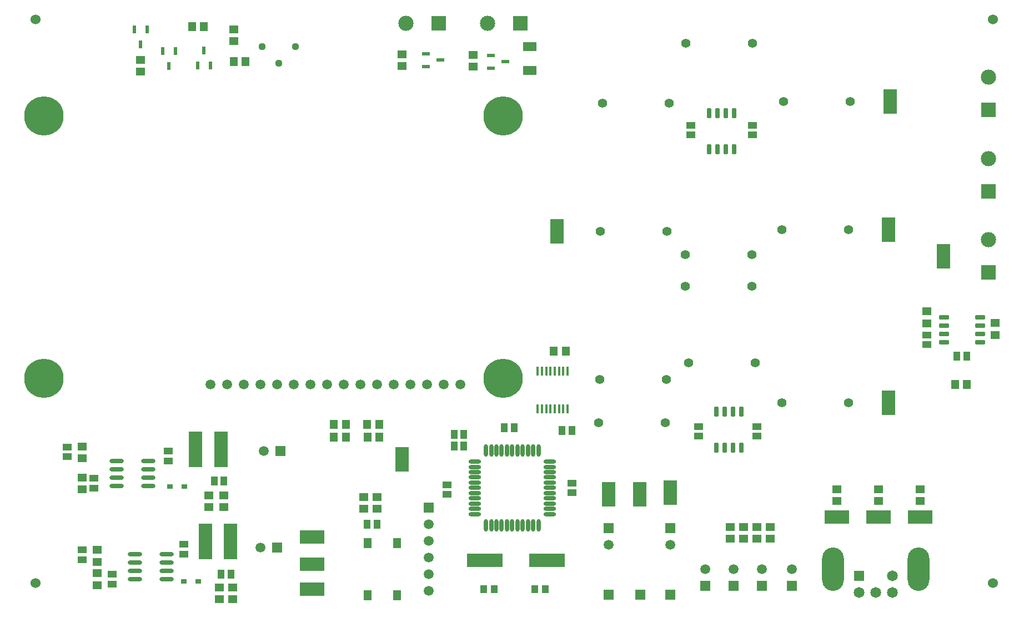
<source format=gbr>
%TF.GenerationSoftware,Altium Limited,Altium Designer,22.7.1 (60)*%
G04 Layer_Color=255*
%FSLAX43Y43*%
%MOMM*%
%TF.SameCoordinates,2ABDD118-431D-4485-972F-9944B14BA474*%
%TF.FilePolarity,Positive*%
%TF.FileFunction,Pads,Top*%
%TF.Part,Single*%
G01*
G75*
%TA.AperFunction,SMDPad,CuDef*%
%ADD10R,0.600X1.150*%
%ADD11R,3.800X2.030*%
%ADD12R,1.150X0.600*%
%ADD13R,0.840X0.740*%
%ADD14R,2.030X1.400*%
%ADD15R,5.500X2.000*%
%ADD16R,0.350X1.400*%
%ADD17R,1.400X1.100*%
%ADD18R,2.030X3.800*%
%ADD19R,1.400X1.200*%
%ADD20R,1.100X1.400*%
G04:AMPARAMS|DCode=21|XSize=0.6mm|YSize=1.45mm|CornerRadius=0.051mm|HoleSize=0mm|Usage=FLASHONLY|Rotation=90.000|XOffset=0mm|YOffset=0mm|HoleType=Round|Shape=RoundedRectangle|*
%AMROUNDEDRECTD21*
21,1,0.600,1.348,0,0,90.0*
21,1,0.498,1.450,0,0,90.0*
1,1,0.102,0.674,0.249*
1,1,0.102,0.674,-0.249*
1,1,0.102,-0.674,-0.249*
1,1,0.102,-0.674,0.249*
%
%ADD21ROUNDEDRECTD21*%
%ADD22R,1.200X1.400*%
G04:AMPARAMS|DCode=23|XSize=0.6mm|YSize=1.45mm|CornerRadius=0.051mm|HoleSize=0mm|Usage=FLASHONLY|Rotation=0.000|XOffset=0mm|YOffset=0mm|HoleType=Round|Shape=RoundedRectangle|*
%AMROUNDEDRECTD23*
21,1,0.600,1.348,0,0,0.0*
21,1,0.498,1.450,0,0,0.0*
1,1,0.102,0.249,-0.674*
1,1,0.102,-0.249,-0.674*
1,1,0.102,-0.249,0.674*
1,1,0.102,0.249,0.674*
%
%ADD23ROUNDEDRECTD23*%
%ADD24O,0.600X1.900*%
%ADD25O,1.900X0.600*%
%ADD26O,2.200X0.600*%
%ADD27R,2.150X5.500*%
%ADD28R,1.000X1.300*%
%ADD29R,1.300X1.550*%
%TA.AperFunction,ComponentPad*%
%ADD32O,3.316X6.632*%
%ADD33C,1.650*%
%ADD34R,1.650X1.650*%
%ADD35C,1.120*%
%ADD36C,1.500*%
%ADD37C,6.000*%
%ADD38R,1.500X1.500*%
%ADD39C,2.325*%
%ADD40R,2.325X2.325*%
%ADD41R,2.325X2.325*%
%ADD42R,1.500X1.500*%
%ADD43C,1.400*%
%TA.AperFunction,ViaPad*%
%ADD44C,1.524*%
D10*
X30226Y85772D02*
D03*
X31176Y83522D02*
D03*
X29276D02*
D03*
X24892Y83457D02*
D03*
X23942Y85707D02*
D03*
X25842D02*
D03*
X20574Y86759D02*
D03*
X19624Y89009D02*
D03*
X21524D02*
D03*
D11*
X46736Y11511D02*
D03*
X139446Y14606D02*
D03*
X133096D02*
D03*
X126746D02*
D03*
X46736Y3556D02*
D03*
Y7366D02*
D03*
D12*
X66294Y84328D02*
D03*
X64044Y83378D02*
D03*
Y85278D02*
D03*
X76200Y84074D02*
D03*
X73950Y83124D02*
D03*
Y85024D02*
D03*
D13*
X29378Y4745D02*
D03*
X27178D02*
D03*
X27262Y19223D02*
D03*
X25062D02*
D03*
D14*
X79906Y86422D02*
D03*
Y82742D02*
D03*
D15*
X73050Y7950D02*
D03*
X82550D02*
D03*
D16*
X85657Y36830D02*
D03*
X85007D02*
D03*
X84357D02*
D03*
X83707D02*
D03*
X83057D02*
D03*
X82407D02*
D03*
X81757D02*
D03*
X81107D02*
D03*
Y31080D02*
D03*
X81757D02*
D03*
X82407D02*
D03*
X83057D02*
D03*
X83707D02*
D03*
X84357D02*
D03*
X85007D02*
D03*
X85657D02*
D03*
D17*
X86360Y19800D02*
D03*
Y18300D02*
D03*
X16256Y5842D02*
D03*
Y4342D02*
D03*
X27178Y10436D02*
D03*
Y8936D02*
D03*
X140462Y42396D02*
D03*
Y40896D02*
D03*
X113854Y74410D02*
D03*
Y72910D02*
D03*
X104456Y72898D02*
D03*
Y74398D02*
D03*
X114554Y26936D02*
D03*
Y28436D02*
D03*
X105664Y26936D02*
D03*
Y28436D02*
D03*
X67310Y19534D02*
D03*
Y18034D02*
D03*
X11684Y8071D02*
D03*
Y9571D02*
D03*
X13462Y20481D02*
D03*
Y18981D02*
D03*
X9398Y23795D02*
D03*
Y25295D02*
D03*
X24769Y24660D02*
D03*
Y23160D02*
D03*
D18*
X101346Y18300D02*
D03*
X96645Y18034D02*
D03*
X91948D02*
D03*
X143002Y54356D02*
D03*
X134874Y77978D02*
D03*
X84074Y58166D02*
D03*
X60452Y23368D02*
D03*
X134620Y32004D02*
D03*
Y58420D02*
D03*
D19*
X33274Y17918D02*
D03*
Y16118D02*
D03*
X30988D02*
D03*
Y17918D02*
D03*
X34584Y2032D02*
D03*
Y3832D02*
D03*
X32552Y2032D02*
D03*
Y3832D02*
D03*
X13970Y9571D02*
D03*
Y7771D02*
D03*
X150876Y44196D02*
D03*
Y42396D02*
D03*
X140462Y45985D02*
D03*
Y44185D02*
D03*
X139446Y17008D02*
D03*
Y18808D02*
D03*
X133096Y17008D02*
D03*
Y18808D02*
D03*
X126746Y17008D02*
D03*
Y18808D02*
D03*
X116586Y11304D02*
D03*
Y13104D02*
D03*
X114554Y11304D02*
D03*
Y13104D02*
D03*
X110490Y11304D02*
D03*
Y13104D02*
D03*
X34798Y87238D02*
D03*
Y89038D02*
D03*
X20574Y84350D02*
D03*
Y82550D02*
D03*
X56642Y15864D02*
D03*
Y17664D02*
D03*
X54610Y15864D02*
D03*
Y17664D02*
D03*
X13970Y6015D02*
D03*
Y4215D02*
D03*
X11684Y20631D02*
D03*
Y18831D02*
D03*
Y25341D02*
D03*
Y23541D02*
D03*
X71270Y85112D02*
D03*
Y83312D02*
D03*
X60452Y85228D02*
D03*
Y83428D02*
D03*
X112522Y11304D02*
D03*
Y13104D02*
D03*
D20*
X31774Y20066D02*
D03*
X33274D02*
D03*
X32806Y5842D02*
D03*
X34306D02*
D03*
X145046Y39116D02*
D03*
X146546D02*
D03*
X77532Y28194D02*
D03*
X76032D02*
D03*
X69850Y25400D02*
D03*
X68350D02*
D03*
X69850Y27236D02*
D03*
X68350D02*
D03*
X55130Y13462D02*
D03*
X56630D02*
D03*
X86310Y27845D02*
D03*
X84810D02*
D03*
D21*
X148521Y41275D02*
D03*
Y42545D02*
D03*
Y43815D02*
D03*
Y45085D02*
D03*
X143071Y41275D02*
D03*
Y42545D02*
D03*
Y43815D02*
D03*
Y45085D02*
D03*
D22*
X144758Y34798D02*
D03*
X146558D02*
D03*
X34776Y84074D02*
D03*
X36576D02*
D03*
X30226Y89408D02*
D03*
X28426D02*
D03*
X55154Y26812D02*
D03*
X56954D02*
D03*
X55118Y28702D02*
D03*
X56918D02*
D03*
X51838Y26812D02*
D03*
X50038D02*
D03*
X51838Y28702D02*
D03*
X50038D02*
D03*
X85366Y39878D02*
D03*
X83566D02*
D03*
D23*
X107250Y70750D02*
D03*
X108520D02*
D03*
X109790D02*
D03*
X111060D02*
D03*
X107250Y76200D02*
D03*
X108520D02*
D03*
X109790D02*
D03*
X111060D02*
D03*
X108331Y25215D02*
D03*
X109601D02*
D03*
X110871D02*
D03*
X112141D02*
D03*
X108331Y30665D02*
D03*
X109601D02*
D03*
X110871D02*
D03*
X112141D02*
D03*
D24*
X81216Y24750D02*
D03*
X80416D02*
D03*
X79616D02*
D03*
X78816D02*
D03*
X78016D02*
D03*
X77216D02*
D03*
X76416D02*
D03*
X75616D02*
D03*
X74816D02*
D03*
X74016D02*
D03*
X73216D02*
D03*
Y13350D02*
D03*
X74016D02*
D03*
X74816D02*
D03*
X75616D02*
D03*
X76416D02*
D03*
X77216D02*
D03*
X78016D02*
D03*
X78816D02*
D03*
X79616D02*
D03*
X80416D02*
D03*
X81216D02*
D03*
D25*
X71516Y23050D02*
D03*
Y22250D02*
D03*
Y21450D02*
D03*
Y20650D02*
D03*
Y19850D02*
D03*
Y19050D02*
D03*
Y18250D02*
D03*
Y17450D02*
D03*
Y16650D02*
D03*
Y15850D02*
D03*
Y15050D02*
D03*
X82916D02*
D03*
Y15850D02*
D03*
Y16650D02*
D03*
Y17450D02*
D03*
Y18250D02*
D03*
Y19050D02*
D03*
Y19850D02*
D03*
Y20650D02*
D03*
Y21450D02*
D03*
Y22250D02*
D03*
Y23050D02*
D03*
D26*
X19698Y8936D02*
D03*
Y7666D02*
D03*
Y6396D02*
D03*
Y5126D02*
D03*
X24498Y8936D02*
D03*
Y7666D02*
D03*
Y6396D02*
D03*
Y5126D02*
D03*
X21704Y19350D02*
D03*
Y20620D02*
D03*
Y21890D02*
D03*
Y23160D02*
D03*
X16904Y19350D02*
D03*
Y20620D02*
D03*
Y21890D02*
D03*
Y23160D02*
D03*
D27*
X34290Y10841D02*
D03*
X30440D02*
D03*
X28956Y24892D02*
D03*
X32806D02*
D03*
D28*
X72898Y3556D02*
D03*
X74498D02*
D03*
X82296D02*
D03*
X80696D02*
D03*
D29*
X59654Y10579D02*
D03*
X55154D02*
D03*
X59654Y2629D02*
D03*
X55154D02*
D03*
D32*
X139192Y6616D02*
D03*
X126092D02*
D03*
D33*
X135142Y5616D02*
D03*
X132642Y3116D02*
D03*
X135142D02*
D03*
X130142D02*
D03*
D34*
Y5616D02*
D03*
D35*
X39124Y86386D02*
D03*
X41664Y83846D02*
D03*
X44204Y86386D02*
D03*
D36*
X69342Y34798D02*
D03*
X66802D02*
D03*
X64262D02*
D03*
X61722D02*
D03*
X59182D02*
D03*
X56642D02*
D03*
X54102D02*
D03*
X51562D02*
D03*
X49022D02*
D03*
X46482D02*
D03*
X43942D02*
D03*
X41402D02*
D03*
X38862D02*
D03*
X36322D02*
D03*
X33782D02*
D03*
X31242D02*
D03*
X101346Y10333D02*
D03*
X91948Y10333D02*
D03*
X38862Y9906D02*
D03*
X39370Y24638D02*
D03*
X64516Y3302D02*
D03*
Y5842D02*
D03*
Y8382D02*
D03*
Y10922D02*
D03*
Y13462D02*
D03*
X119888Y6616D02*
D03*
X115316D02*
D03*
X110998D02*
D03*
X106680D02*
D03*
D37*
X75842Y35798D02*
D03*
Y75798D02*
D03*
X5842D02*
D03*
Y35798D02*
D03*
D38*
X91948Y2713D02*
D03*
X41402Y9906D02*
D03*
X41910Y24638D02*
D03*
X101346Y2713D02*
D03*
X96774Y2725D02*
D03*
D39*
X149860Y56896D02*
D03*
Y69262D02*
D03*
Y81708D02*
D03*
X73486Y89916D02*
D03*
X61040Y89916D02*
D03*
D40*
X149860Y51896D02*
D03*
Y64262D02*
D03*
Y76708D02*
D03*
D41*
X78486Y89916D02*
D03*
X66040Y89916D02*
D03*
D42*
X101346Y12873D02*
D03*
X91948Y12873D02*
D03*
X64516Y16002D02*
D03*
X119888Y4076D02*
D03*
X115316D02*
D03*
X110998D02*
D03*
X106680D02*
D03*
D43*
X128778Y77978D02*
D03*
X118618D02*
D03*
X113854Y86868D02*
D03*
X103694D02*
D03*
X101154Y77724D02*
D03*
X90994D02*
D03*
X118364Y32004D02*
D03*
X128524D02*
D03*
X104140Y38100D02*
D03*
X114300D02*
D03*
X100722Y35560D02*
D03*
X90562D02*
D03*
X90424Y28956D02*
D03*
X100584D02*
D03*
X128524Y58420D02*
D03*
X118364D02*
D03*
X100838Y58166D02*
D03*
X90678D02*
D03*
X113792Y54610D02*
D03*
X103632D02*
D03*
Y49784D02*
D03*
X113792D02*
D03*
D44*
X4500Y4500D02*
D03*
X150500D02*
D03*
Y90500D02*
D03*
X4500D02*
D03*
%TF.MD5,dbbcf407762bb8b02a0512ca22f2de96*%
M02*

</source>
